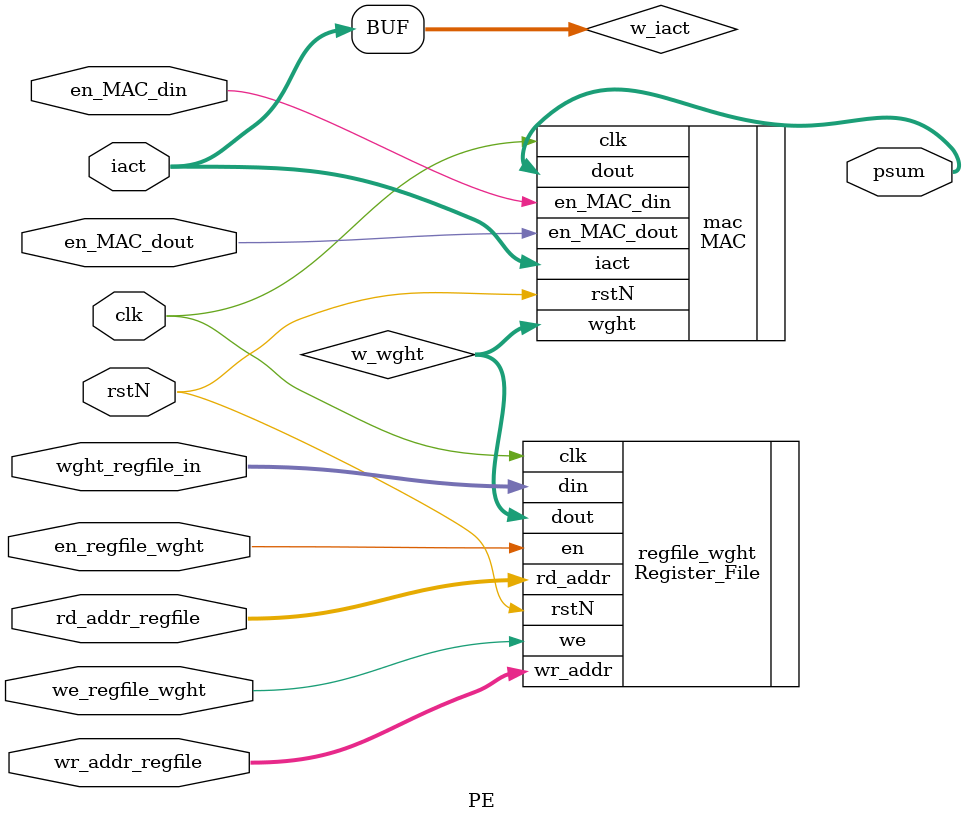
<source format=v>
`timescale 1ns / 1ps


module PE   #(  parameter DATA_BITWIDTH = 8,
                parameter NUM_OF_CHANNEL = 32,
                parameter ROM_ADDR_BITWIDTH = 4,
                parameter FIFO_ADDR_BITWIDTH = 4)
            (   input clk, rstN, en_regfile_wght, we_regfile_wght, en_MAC_din, en_MAC_dout,
                input[DATA_BITWIDTH-1:0] iact, // iact that pushed into the fifo
                input[DATA_BITWIDTH-1:0] wght_regfile_in,
                input[ROM_ADDR_BITWIDTH-1:0] rd_addr_regfile, wr_addr_regfile,
                output[31:0] psum );// psum
            
    wire[DATA_BITWIDTH-1:0] w_wght; // wght from ROM
    wire[DATA_BITWIDTH-1:0] w_iact; // iact from FIFO
    
    assign w_iact = iact;
    Register_File   #(  .DATA_BITWIDTH(DATA_BITWIDTH), .ADDR_BITWIDTH(ROM_ADDR_BITWIDTH)) 
    regfile_wght    (   .clk(clk), .rstN(rstN), .en(en_regfile_wght), .we(we_regfile_wght),
                        .din(wght_regfile_in), 
                        .rd_addr(rd_addr_regfile), .wr_addr(wr_addr_regfile),
                        .dout(w_wght) );

    MAC #(  .DATA_BITWIDTH(DATA_BITWIDTH))
    mac (   .clk(clk), .rstN(rstN),
            .en_MAC_din(en_MAC_din), .en_MAC_dout(en_MAC_dout),
            .iact(w_iact), // in1 = activations, in2 = weight 
	        .wght(w_wght),
	        .dout(psum)    );

endmodule

</source>
